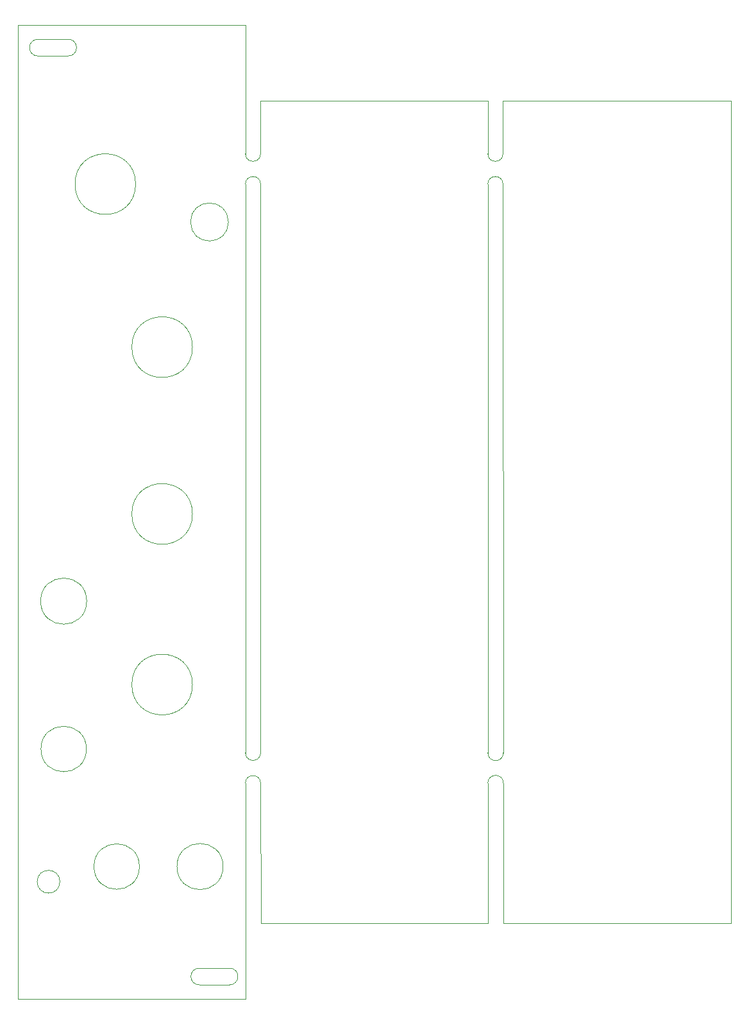
<source format=gbr>
%TF.GenerationSoftware,KiCad,Pcbnew,5.1.9+dfsg1-1~bpo10+1*%
%TF.CreationDate,2021-11-05T16:17:06+08:00*%
%TF.ProjectId,MiniOSC,4d696e69-4f53-4432-9e6b-696361645f70,rev?*%
%TF.SameCoordinates,Original*%
%TF.FileFunction,Profile,NP*%
%FSLAX46Y46*%
G04 Gerber Fmt 4.6, Leading zero omitted, Abs format (unit mm)*
G04 Created by KiCad (PCBNEW 5.1.9+dfsg1-1~bpo10+1) date 2021-11-05 16:17:06*
%MOMM*%
%LPD*%
G01*
G04 APERTURE LIST*
%TA.AperFunction,Profile*%
%ADD10C,0.100000*%
%TD*%
G04 APERTURE END LIST*
D10*
X70000000Y-66000000D02*
G75*
G02*
X72000000Y-66000000I1000000J0D01*
G01*
X72000000Y-62000000D02*
G75*
G02*
X70000000Y-62000000I-1000000J0D01*
G01*
X70000000Y-45000000D02*
X70000000Y-62000000D01*
X72000000Y-62000000D02*
X72000000Y-55000000D01*
X102000000Y-66000000D02*
G75*
G02*
X104000000Y-66000000I1000000J0D01*
G01*
X104000000Y-62000000D02*
G75*
G02*
X102000000Y-62000000I-1000000J0D01*
G01*
X102000000Y-55000000D02*
X102000000Y-62000000D01*
X104000000Y-62000000D02*
X104000000Y-55000000D01*
X122550000Y-163500000D02*
X134100000Y-163500000D01*
X134100000Y-55000000D02*
X122550000Y-55000000D01*
X104000000Y-66000000D02*
X104050000Y-141000000D01*
X102000000Y-141000000D02*
X102000000Y-66000000D01*
X102000000Y-144979905D02*
G75*
G02*
X104049803Y-145000000I1024803J-20095D01*
G01*
X104050000Y-141000000D02*
G75*
G02*
X102000000Y-141000000I-1025000J0D01*
G01*
X69998751Y-145000000D02*
G75*
G02*
X72000000Y-144950000I1001249J0D01*
G01*
X71999261Y-141038431D02*
G75*
G02*
X70000000Y-141000000I-999261J38431D01*
G01*
X69998751Y-145000000D02*
X70000000Y-173500000D01*
X71999261Y-141038431D02*
X72000000Y-66000000D01*
X134100000Y-55000000D02*
X134100000Y-163500000D01*
X104000000Y-55000000D02*
X122550000Y-55000000D01*
X104050000Y-163500000D02*
X104049803Y-145000000D01*
X122550000Y-163500000D02*
X104050000Y-163500000D01*
X72025000Y-163500000D02*
X72000000Y-144950000D01*
X102000000Y-163500000D02*
X72025000Y-163500000D01*
X102000000Y-144979905D02*
X102000000Y-163500000D01*
X72000000Y-55000000D02*
X102000000Y-55000000D01*
X67750000Y-71000000D02*
G75*
G03*
X67750000Y-71000000I-2500000J0D01*
G01*
X63900000Y-171600000D02*
X67900000Y-171600000D01*
X63900000Y-171600000D02*
G75*
G02*
X63900000Y-169400000I0J1100000D01*
G01*
X63900000Y-169400000D02*
X67900000Y-169400000D01*
X67900000Y-169400000D02*
G75*
G02*
X67900000Y-171600000I0J-1100000D01*
G01*
X42600000Y-49100000D02*
X46600000Y-49100000D01*
X42600000Y-46900000D02*
X46600000Y-46900000D01*
X46600000Y-46900000D02*
G75*
G02*
X46600000Y-49100000I0J-1100000D01*
G01*
X42600000Y-49100000D02*
G75*
G02*
X42600000Y-46900000I0J1100000D01*
G01*
X45500000Y-158000000D02*
G75*
G03*
X45500000Y-158000000I-1500000J0D01*
G01*
X63000000Y-132000000D02*
G75*
G03*
X63000000Y-132000000I-4000000J0D01*
G01*
X63000000Y-109500000D02*
G75*
G03*
X63000000Y-109500000I-4000000J0D01*
G01*
X63000000Y-87500000D02*
G75*
G03*
X63000000Y-87500000I-4000000J0D01*
G01*
X55500000Y-66000000D02*
G75*
G03*
X55500000Y-66000000I-4000000J0D01*
G01*
X56000000Y-156000000D02*
G75*
G03*
X56000000Y-156000000I-3000000J0D01*
G01*
X67041381Y-156000000D02*
G75*
G03*
X67041381Y-156000000I-3041381J0D01*
G01*
X49000000Y-140500000D02*
G75*
G03*
X49000000Y-140500000I-3000000J0D01*
G01*
X49041381Y-121000000D02*
G75*
G03*
X49041381Y-121000000I-3041381J0D01*
G01*
X70000000Y-173500000D02*
X40000000Y-173500000D01*
X70000000Y-66000000D02*
X70000000Y-141000000D01*
X40000000Y-45000000D02*
X70000000Y-45000000D01*
X40000000Y-45000000D02*
X40000000Y-173500000D01*
M02*

</source>
